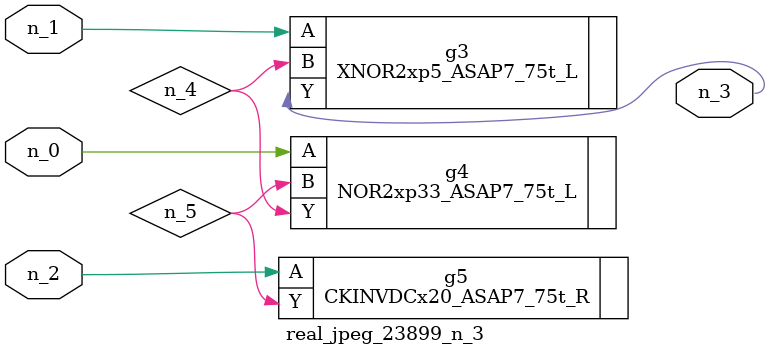
<source format=v>
module real_jpeg_23899_n_3 (n_1, n_0, n_2, n_3);

input n_1;
input n_0;
input n_2;

output n_3;

wire n_5;
wire n_4;

NOR2xp33_ASAP7_75t_L g4 ( 
.A(n_0),
.B(n_5),
.Y(n_4)
);

XNOR2xp5_ASAP7_75t_L g3 ( 
.A(n_1),
.B(n_4),
.Y(n_3)
);

CKINVDCx20_ASAP7_75t_R g5 ( 
.A(n_2),
.Y(n_5)
);


endmodule
</source>
